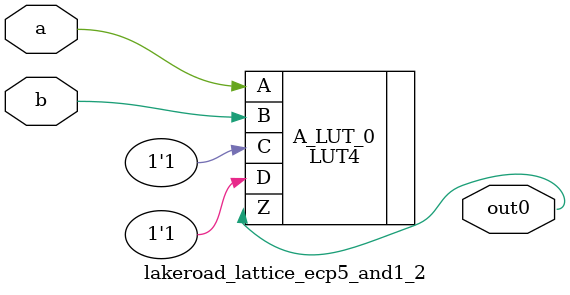
<source format=v>
/* Generated by Yosys 0.16+41 (git sha1 29c0a5958, x86_64-apple-darwin20.2-clang 10.0.0-4ubuntu1 -fPIC -Os) */

module lakeroad_lattice_ecp5_and1_2(a, b, out0);
  wire _0_;
  wire _1_;
  wire _2_;
  wire _3_;
  wire _4_;
  wire _5_;
  wire _6_;
  input a;
  wire a;
  input b;
  wire b;
  output out0;
  wire out0;
  LUT4 #(
    .INIT(16'h8fff)
  ) A_LUT_0 (
    .A(a),
    .B(b),
    .C(1'h1),
    .D(1'h1),
    .Z(out0)
  );
  LUT4 #(
    .INIT(16'h0000)
  ) B_LUT_1 (
    .A(1'h0),
    .B(1'h0),
    .C(1'h0),
    .D(1'h0),
    .Z(_6_)
  );
  LUT4 #(
    .INIT(16'h0000)
  ) C_LUT_2 (
    .A(1'h0),
    .B(1'h0),
    .C(1'h0),
    .D(1'h0),
    .Z(_5_)
  );
  LUT4 #(
    .INIT(16'h0000)
  ) D_LUT_3 (
    .A(1'h0),
    .B(1'h0),
    .C(1'h0),
    .D(1'h0),
    .Z(_4_)
  );
  LUT4 #(
    .INIT(16'h0000)
  ) E_LUT_4 (
    .A(1'h0),
    .B(1'h0),
    .C(1'h0),
    .D(1'h0),
    .Z(_3_)
  );
  LUT4 #(
    .INIT(16'h0000)
  ) F_LUT_5 (
    .A(1'h0),
    .B(1'h0),
    .C(1'h0),
    .D(1'h0),
    .Z(_2_)
  );
  LUT4 #(
    .INIT(16'h0000)
  ) G_LUT_6 (
    .A(1'h0),
    .B(1'h0),
    .C(1'h0),
    .D(1'h0),
    .Z(_1_)
  );
  LUT4 #(
    .INIT(16'h0000)
  ) H_LUT_7 (
    .A(1'h0),
    .B(1'h0),
    .C(1'h0),
    .D(1'h0),
    .Z(_0_)
  );
endmodule


</source>
